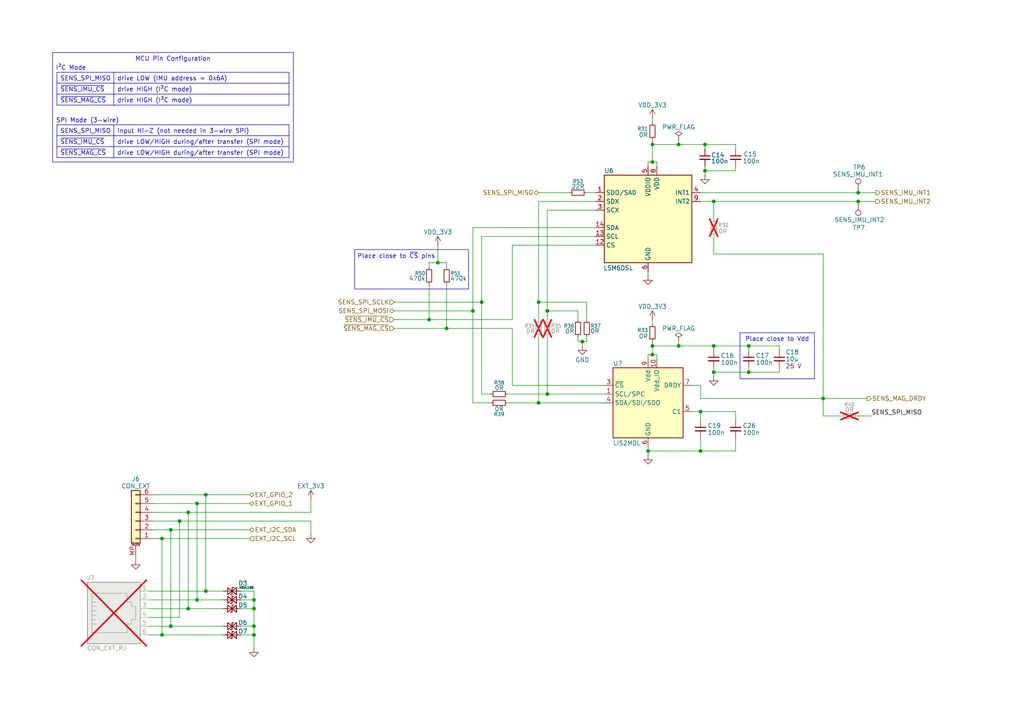
<source format=kicad_sch>
(kicad_sch (version 20250114) (generator "eeschema") (generator_version "9.0")
  (paper "A4")
  (title_block (title "theadmouse") (date "2025-07-22") (rev "A"))
  (lib_symbols
    (symbol "Connector:RJ25" (pin_names (offset 1.016))
      (property "Reference" "J" (at -5.08 11.43 0))
      (property "Value" "RJ25" (at 2.54 11.43 0))
      (symbol "RJ25_0_1"
        (polyline (pts (xy -6.35 3.175) (xy -5.08 3.175) (xy -5.08 3.175)))
        (polyline (pts (xy -6.35 1.905) (xy -5.08 1.905) (xy -5.08 1.905)))
        (polyline (pts (xy -6.35 0.635) (xy -5.08 0.635) (xy -5.08 0.635)))
        (polyline (pts (xy -6.35 -0.635) (xy -5.08 -0.635) (xy -5.08 -0.635)))
        (polyline (pts (xy -6.35 -1.905) (xy -5.08 -1.905) (xy -5.08 -1.905)))
        (polyline (pts (xy -6.35 -4.445) (xy -6.35 6.985) (xy 3.81 6.985) (xy 3.81 4.445) (xy 5.08 4.445) (xy 5.08 3.175) (xy 6.35 3.175) (xy 6.35 -0.635) (xy 5.08 -0.635) (xy 5.08 -1.905) (xy 3.81 -1.905) (xy 3.81 -4.445) (xy -6.35 -4.445) (xy -6.35 -4.445)))
        (polyline (pts (xy -5.08 4.445) (xy -6.35 4.445) (xy -6.35 4.445)))
        (rectangle (start 7.62 10.16) (end -7.62 -7.62) (stroke (width 0.254)) (fill (type background)))
      )
      (symbol "RJ25_1_1"
        (pin passive line (at 10.16 7.62 180) (length 2.54) (name "~") (number "6"))
        (pin passive line (at 10.16 5.08 180) (length 2.54) (name "~") (number "5"))
        (pin passive line (at 10.16 2.54 180) (length 2.54) (name "~") (number "4"))
        (pin passive line (at 10.16 0 180) (length 2.54) (name "~") (number "3"))
        (pin passive line (at 10.16 -2.54 180) (length 2.54) (name "~") (number "2"))
        (pin passive line (at 10.16 -5.08 180) (length 2.54) (name "~") (number "1"))
      )
    )
    (symbol "Connector:TestPoint" (pin_numbers (hide yes)) (pin_names (offset 0.762) (hide yes))
      (property "Reference" "TP" (at 0 6.858 0))
      (property "Value" "TestPoint" (at 0 5.08 0))
      (symbol "TestPoint_0_1"
        (circle (center 0 3.302) (radius 0.762))
      )
      (symbol "TestPoint_1_1"
        (pin passive line (at 0 0 90) (length 2.54) (name "1") (number "1"))
      )
    )
    (symbol "Device:C_Small" (pin_numbers (hide yes)) (pin_names (offset 0.254) (hide yes))
      (property "Reference" "C" (at 0.254 1.778 0))
      (property "Value" "C_Small" (at 0.254 -2.032 0))
      (symbol "C_Small_0_1"
        (polyline (pts (xy -1.524 0.508) (xy 1.524 0.508)) (stroke (width 0.3048)))
        (polyline (pts (xy -1.524 -0.508) (xy 1.524 -0.508)) (stroke (width 0.3302)))
      )
      (symbol "C_Small_1_1"
        (pin passive line (at 0 2.54 270) (length 2.032) (name "~") (number "1"))
        (pin passive line (at 0 -2.54 90) (length 2.032) (name "~") (number "2"))
      )
    )
    (symbol "Device:D_TVS_Small" (pin_numbers (hide yes)) (pin_names (offset 1.016) (hide yes))
      (property "Reference" "D" (at 0 2.54 0))
      (property "Value" "D_TVS_Small" (at 0 -2.54 0))
      (symbol "D_TVS_Small_0_1"
        (polyline (pts (xy -1.27 1.016) (xy -1.27 -1.016) (xy 1.27 1.016) (xy 1.27 -1.016) (xy -1.27 1.016)) (stroke (width 0.254)))
        (polyline (pts (xy -1.27 0) (xy 1.27 0)))
        (polyline (pts (xy 0.508 1.016) (xy 0 1.016) (xy 0 -1.016) (xy -0.508 -1.016)) (stroke (width 0.254)))
      )
      (symbol "D_TVS_Small_1_1"
        (pin passive line (at -2.54 0 0) (length 1.27) (name "A1") (number "1"))
        (pin passive line (at 2.54 0 180) (length 1.27) (name "A2") (number "2"))
      )
    )
    (symbol "Device:R_Small" (pin_numbers (hide yes)) (pin_names (offset 0.254) (hide yes))
      (property "Reference" "R" (at 0 0 90))
      (property "Value" "R_Small" (at 1.778 0 90))
      (symbol "R_Small_0_1"
        (rectangle (start -0.762 1.778) (end 0.762 -1.778) (stroke (width 0.2032)))
      )
      (symbol "R_Small_1_1"
        (pin passive line (at 0 2.54 270) (length 0.762) (name "~") (number "1"))
        (pin passive line (at 0 -2.54 90) (length 0.762) (name "~") (number "2"))
      )
    )
    (symbol "Sensor_Magnetic:LIS2MDL"
      (property "Reference" "U" (at -8.89 11.43 0))
      (property "Value" "LIS2MDL" (at 7.62 11.43 0))
      (symbol "LIS2MDL_0_1"
        (rectangle (start -10.16 10.16) (end 10.16 -10.16) (stroke (width 0.254)) (fill (type background)))
      )
      (symbol "LIS2MDL_1_1"
        (pin input line (at -12.7 5.08 0) (length 2.54) (name "~{CS}") (number "3"))
        (pin input line (at -12.7 2.54 0) (length 2.54) (name "SCL/SPC") (number "1"))
        (pin bidirectional line (at -12.7 0 0) (length 2.54) (name "SDA/SDI/SDO") (number "4"))
        (pin no_connect line (at -10.16 -5.08 0) (length 2.54) (hide yes) (name "NC") (number "2"))
        (pin no_connect line (at -10.16 -7.62 0) (length 2.54) (hide yes) (name "NC") (number "11"))
        (pin power_in line (at 0 12.7 270) (length 2.54) (name "Vdd") (number "9"))
        (pin power_in line (at 0 -12.7 90) (length 2.54) (name "GND") (number "6"))
        (pin passive line (at 0 -12.7 90) (length 2.54) (hide yes) (name "GND") (number "8"))
        (pin power_in line (at 2.54 12.7 270) (length 2.54) (name "Vdd_IO") (number "10"))
        (pin no_connect line (at 10.16 -7.62 180) (length 2.54) (hide yes) (name "NC") (number "12"))
        (pin output line (at 12.7 5.08 180) (length 2.54) (name "DRDY") (number "7"))
        (pin power_out line (at 12.7 -2.54 180) (length 2.54) (name "C1") (number "5"))
      )
    )
    (symbol "Sensor_Motion:LSM6DSL"
      (property "Reference" "U" (at -11.43 15.24 0))
      (property "Value" "LSM6DSL" (at -11.43 12.7 0))
      (symbol "LSM6DSL_0_1"
        (rectangle (start -12.7 12.7) (end 12.7 -12.7) (stroke (width 0.254)) (fill (type background)))
      )
      (symbol "LSM6DSL_1_1"
        (pin bidirectional line (at -15.24 7.62 0) (length 2.54) (name "SDO/SA0") (number "1"))
        (pin bidirectional line (at -15.24 5.08 0) (length 2.54) (name "SDX") (number "2"))
        (pin input line (at -15.24 2.54 0) (length 2.54) (name "SCX") (number "3"))
        (pin bidirectional line (at -15.24 -2.54 0) (length 2.54) (name "SDA") (number "14"))
        (pin input line (at -15.24 -5.08 0) (length 2.54) (name "SCL") (number "13"))
        (pin input line (at -15.24 -7.62 0) (length 2.54) (name "CS") (number "12"))
        (pin power_in line (at 0 15.24 270) (length 2.54) (name "VDDIO") (number "5"))
        (pin power_in line (at 0 -15.24 90) (length 2.54) (name "GND") (number "6"))
        (pin passive line (at 0 -15.24 90) (length 2.54) (hide yes) (name "GND") (number "7"))
        (pin power_in line (at 2.54 15.24 270) (length 2.54) (name "VDD") (number "8"))
        (pin no_connect line (at 12.7 -2.54 180) (length 3.81) (hide yes) (name "NC") (number "11"))
        (pin no_connect line (at 12.7 -5.08 180) (length 3.81) (hide yes) (name "NC") (number "10"))
        (pin output line (at 15.24 7.62 180) (length 2.54) (name "INT1") (number "4"))
        (pin output line (at 15.24 5.08 180) (length 2.54) (name "INT2") (number "9"))
      )
    )
    (symbol "power:GND" (power) (pin_numbers (hide yes)) (pin_names (offset 0) (hide yes))
      (property "Value" "GND" (at 0 -3.81 0))
      (symbol "GND_0_1"
        (polyline (pts (xy 0 0) (xy 0 -1.27) (xy 1.27 -1.27) (xy 0 -2.54) (xy -1.27 -1.27) (xy 0 -1.27)))
      )
      (symbol "GND_1_1"
        (pin power_in line (at 0 0 270) (length 0) (name "~") (number "1"))
      )
    )
    (symbol "power:PWR_FLAG" (power) (pin_numbers (hide yes)) (pin_names (offset 0) (hide yes))
      (property "Value" "PWR_FLAG" (at 0 3.81 0))
      (symbol "PWR_FLAG_0_0"
        (pin power_out line (at 0 0 90) (length 0) (name "~") (number "1"))
      )
      (symbol "PWR_FLAG_0_1"
        (polyline (pts (xy 0 0) (xy 0 1.27) (xy -1.016 1.905) (xy 0 2.54) (xy 1.016 1.905) (xy 0 1.27)))
      )
    )
    (symbol "power:VDD" (power) (pin_numbers (hide yes)) (pin_names (offset 0) (hide yes))
      (property "Value" "VDD" (at 0 3.556 0))
      (symbol "VDD_0_1"
        (polyline (pts (xy -0.762 1.27) (xy 0 2.54)))
        (polyline (pts (xy 0 2.54) (xy 0.762 1.27)))
        (polyline (pts (xy 0 0) (xy 0 2.54)))
      )
      (symbol "VDD_1_1"
        (pin power_in line (at 0 0 90) (length 0) (name "~") (number "1"))
      )
    )
    (symbol "theadmouse:Conn_01x06_MountingPin_Reversed" (pin_names (offset 1.016) (hide yes))
      (property "Reference" "J" (at 0 7.62 0))
      (property "Value" "Conn_01x06_MountingPin_Reversed" (at 1.27 -10.16 0))
      (symbol "Conn_01x06_MountingPin_Reversed_1_1"
        (rectangle (start -1.27 6.35) (end 1.27 -8.89) (stroke (width 0.254)) (fill (type background)))
        (rectangle (start -1.27 5.207) (end 0 4.953) (stroke (width 0.1524)))
        (rectangle (start -1.27 2.667) (end 0 2.413) (stroke (width 0.1524)))
        (rectangle (start -1.27 0.127) (end 0 -0.127) (stroke (width 0.1524)))
        (rectangle (start -1.27 -2.413) (end 0 -2.667) (stroke (width 0.1524)))
        (rectangle (start -1.27 -4.953) (end 0 -5.207) (stroke (width 0.1524)))
        (rectangle (start -1.27 -7.493) (end 0 -7.747) (stroke (width 0.1524)))
        (polyline (pts (xy -1.016 -9.652) (xy 1.016 -9.652)) (stroke (width 0.1524)))
        (text "Mounting" (at 0 -9.271 0) (effects (font (size 0.381 0.381))))
        (pin passive line (at -5.08 5.08 0) (length 3.81) (name "Pin_1") (number "6"))
        (pin passive line (at -5.08 2.54 0) (length 3.81) (name "Pin_2") (number "5"))
        (pin passive line (at -5.08 0 0) (length 3.81) (name "Pin_3") (number "4"))
        (pin passive line (at -5.08 -2.54 0) (length 3.81) (name "Pin_4") (number "3"))
        (pin passive line (at -5.08 -5.08 0) (length 3.81) (name "Pin_5") (number "2"))
        (pin passive line (at -5.08 -7.62 0) (length 3.81) (name "Pin_6") (number "1"))
        (pin passive line (at 0 -12.7 90) (length 3.048) (name "MountPin") (number "MP"))
      )
    )
  )
  (rectangle (start 102.87 72.39) (end 135.89 83.82))
  (text "Place close to ~{CS} pins" (at 103.632 74.422 0) (effects (font (size 1.27 1.27)) (justify left)))
  (text "SPI Mode (3-wire)" (at 25.4 35.052 0) (effects (font (size 1.27 1.27))))
  (text "I²C Mode" (at 20.574 19.812 0) (effects (font (size 1.27 1.27))))
  (text_box "Place close to Vdd" (at 214.63 96.52 0) (size 21.59 13.335) (margins 0.9525 0.9525 0.9525 0.9525) (effects (font (size 1.27 1.27)) (justify top)))
  (text_box "MCU Pin Configuration" (at 15.24 15.24 0) (size 69.85 31.75) (margins 0.9525 0.9525 0.9525 0.9525) (effects (font (size 1.27 1.27)) (justify top)))
  (junction (at 196.85 100.33))
  (junction (at 158.75 90.17))
  (junction (at 52.07 151.13))
  (junction (at 57.15 146.05))
  (junction (at 189.23 46.99))
  (junction (at 187.96 130.81))
  (junction (at 49.53 153.67))
  (junction (at 73.66 184.15))
  (junction (at 73.66 176.53))
  (junction (at 137.16 90.17))
  (junction (at 207.01 107.95))
  (junction (at 168.91 99.06))
  (junction (at 207.01 100.33))
  (junction (at 204.47 41.91))
  (junction (at 217.17 100.33))
  (junction (at 248.92 55.88))
  (junction (at 248.92 58.42))
  (junction (at 158.75 114.3))
  (junction (at 217.17 107.95))
  (junction (at 196.85 41.91))
  (junction (at 238.76 115.57))
  (junction (at 49.53 181.61))
  (junction (at 203.2 130.81))
  (junction (at 73.66 181.61))
  (junction (at 156.21 116.84))
  (junction (at 127 76.2))
  (junction (at 189.23 41.91))
  (junction (at 139.7 87.63))
  (junction (at 46.99 156.21))
  (junction (at 204.47 49.53))
  (junction (at 59.69 171.45))
  (junction (at 73.66 173.99))
  (junction (at 124.46 92.71))
  (junction (at 203.2 119.38))
  (junction (at 189.23 100.33))
  (junction (at 57.15 173.99))
  (junction (at 46.99 184.15))
  (junction (at 59.69 143.51))
  (junction (at 54.61 176.53))
  (junction (at 156.21 87.63))
  (junction (at 54.61 148.59))
  (junction (at 207.01 58.42))
  (junction (at 189.23 102.87))
  (junction (at 129.54 95.25))
  (wire (pts (xy 213.36 121.92) (xy 213.36 119.38)))
  (wire (pts (xy 196.85 40.64) (xy 196.85 41.91)))
  (wire (pts (xy 43.18 173.99) (xy 57.15 173.99)))
  (wire (pts (xy 187.96 104.14) (xy 187.96 102.87)))
  (wire (pts (xy 187.96 46.99) (xy 187.96 48.26)))
  (wire (pts (xy 43.18 171.45) (xy 59.69 171.45)))
  (wire (pts (xy 189.23 41.91) (xy 196.85 41.91)))
  (wire (pts (xy 203.2 119.38) (xy 203.2 121.92)))
  (wire (pts (xy 158.75 90.17) (xy 167.64 90.17)))
  (wire (pts (xy 207.01 101.6) (xy 207.01 100.33)))
  (wire (pts (xy 187.96 46.99) (xy 189.23 46.99)))
  (wire (pts (xy 49.53 181.61) (xy 64.77 181.61)))
  (wire (pts (xy 156.21 58.42) (xy 172.72 58.42)))
  (wire (pts (xy 72.39 143.51) (xy 59.69 143.51)))
  (wire (pts (xy 189.23 40.64) (xy 189.23 41.91)))
  (wire (pts (xy 189.23 100.33) (xy 196.85 100.33)))
  (wire (pts (xy 69.85 181.61) (xy 73.66 181.61)))
  (wire (pts (xy 207.01 100.33) (xy 217.17 100.33)))
  (wire (pts (xy 226.06 107.95) (xy 226.06 106.68)))
  (wire (pts (xy 43.18 176.53) (xy 54.61 176.53)))
  (wire (pts (xy 114.3 92.71) (xy 124.46 92.71)))
  (wire (pts (xy 129.54 82.55) (xy 129.54 95.25)))
  (wire (pts (xy 196.85 41.91) (xy 204.47 41.91)))
  (wire (pts (xy 43.18 181.61) (xy 49.53 181.61)))
  (wire (pts (xy 170.18 87.63) (xy 170.18 92.71)))
  (wire (pts (xy 147.32 114.3) (xy 158.75 114.3)))
  (wire (pts (xy 90.17 144.78) (xy 90.17 148.59)))
  (wire (pts (xy 90.17 151.13) (xy 90.17 154.94)))
  (wire (pts (xy 203.2 58.42) (xy 207.01 58.42)))
  (wire (pts (xy 170.18 97.79) (xy 170.18 99.06)))
  (wire (pts (xy 158.75 97.79) (xy 158.75 114.3)))
  (wire (pts (xy 204.47 49.53) (xy 204.47 50.8)))
  (wire (pts (xy 54.61 176.53) (xy 54.61 148.59)))
  (wire (pts (xy 158.75 60.96) (xy 172.72 60.96)))
  (wire (pts (xy 204.47 49.53) (xy 213.36 49.53)))
  (wire (pts (xy 217.17 100.33) (xy 226.06 100.33)))
  (wire (pts (xy 129.54 77.47) (xy 129.54 76.2)))
  (wire (pts (xy 73.66 181.61) (xy 73.66 184.15)))
  (wire (pts (xy 46.99 156.21) (xy 44.45 156.21)))
  (wire (pts (xy 54.61 148.59) (xy 90.17 148.59)))
  (wire (pts (xy 114.3 90.17) (xy 137.16 90.17)))
  (wire (pts (xy 137.16 66.04) (xy 172.72 66.04)))
  (wire (pts (xy 203.2 111.76) (xy 200.66 111.76)))
  (wire (pts (xy 156.21 58.42) (xy 156.21 87.63)))
  (wire (pts (xy 238.76 120.65) (xy 238.76 115.57)))
  (wire (pts (xy 137.16 66.04) (xy 137.16 90.17)))
  (wire (pts (xy 59.69 171.45) (xy 64.77 171.45)))
  (wire (pts (xy 158.75 60.96) (xy 158.75 90.17)))
  (wire (pts (xy 139.7 114.3) (xy 142.24 114.3)))
  (wire (pts (xy 187.96 78.74) (xy 187.96 80.01)))
  (wire (pts (xy 52.07 151.13) (xy 90.17 151.13)))
  (wire (pts (xy 213.36 130.81) (xy 203.2 130.81)))
  (wire (pts (xy 156.21 55.88) (xy 165.1 55.88)))
  (wire (pts (xy 203.2 115.57) (xy 238.76 115.57)))
  (wire (pts (xy 127 76.2) (xy 127 71.12)))
  (wire (pts (xy 46.99 184.15) (xy 64.77 184.15)))
  (wire (pts (xy 196.85 99.06) (xy 196.85 100.33)))
  (wire (pts (xy 226.06 100.33) (xy 226.06 101.6)))
  (wire (pts (xy 124.46 82.55) (xy 124.46 92.71)))
  (wire (pts (xy 156.21 116.84) (xy 175.26 116.84)))
  (wire (pts (xy 217.17 107.95) (xy 226.06 107.95)))
  (wire (pts (xy 204.47 43.18) (xy 204.47 41.91)))
  (wire (pts (xy 203.2 55.88) (xy 248.92 55.88)))
  (wire (pts (xy 189.23 100.33) (xy 189.23 102.87)))
  (wire (pts (xy 189.23 92.71) (xy 189.23 93.98)))
  (wire (pts (xy 213.36 127) (xy 213.36 130.81)))
  (wire (pts (xy 189.23 41.91) (xy 189.23 46.99)))
  (wire (pts (xy 44.45 153.67) (xy 49.53 153.67)))
  (wire (pts (xy 217.17 100.33) (xy 217.17 101.6)))
  (wire (pts (xy 203.2 111.76) (xy 203.2 115.57)))
  (wire (pts (xy 190.5 46.99) (xy 190.5 48.26)))
  (wire (pts (xy 238.76 115.57) (xy 251.46 115.57)))
  (wire (pts (xy 43.18 184.15) (xy 46.99 184.15)))
  (wire (pts (xy 147.32 116.84) (xy 156.21 116.84)))
  (wire (pts (xy 148.59 111.76) (xy 175.26 111.76)))
  (wire (pts (xy 203.2 130.81) (xy 187.96 130.81)))
  (wire (pts (xy 52.07 179.07) (xy 52.07 151.13)))
  (wire (pts (xy 114.3 95.25) (xy 129.54 95.25)))
  (wire (pts (xy 44.45 151.13) (xy 52.07 151.13)))
  (wire (pts (xy 187.96 129.54) (xy 187.96 130.81)))
  (wire (pts (xy 156.21 97.79) (xy 156.21 116.84)))
  (wire (pts (xy 204.47 41.91) (xy 213.36 41.91)))
  (wire (pts (xy 43.18 179.07) (xy 52.07 179.07)))
  (wire (pts (xy 44.45 148.59) (xy 54.61 148.59)))
  (wire (pts (xy 59.69 171.45) (xy 59.69 143.51)))
  (wire (pts (xy 168.91 99.06) (xy 168.91 100.33)))
  (wire (pts (xy 137.16 116.84) (xy 142.24 116.84)))
  (wire (pts (xy 139.7 68.58) (xy 139.7 87.63)))
  (wire (pts (xy 217.17 106.68) (xy 217.17 107.95)))
  (wire (pts (xy 49.53 181.61) (xy 49.53 153.67)))
  (wire (pts (xy 69.85 171.45) (xy 73.66 171.45)))
  (wire (pts (xy 148.59 92.71) (xy 148.59 71.12)))
  (wire (pts (xy 137.16 90.17) (xy 137.16 116.84)))
  (wire (pts (xy 189.23 46.99) (xy 190.5 46.99)))
  (wire (pts (xy 238.76 73.66) (xy 207.01 73.66)))
  (wire (pts (xy 57.15 173.99) (xy 64.77 173.99)))
  (wire (pts (xy 69.85 176.53) (xy 73.66 176.53)))
  (wire (pts (xy 167.64 90.17) (xy 167.64 92.71)))
  (wire (pts (xy 124.46 92.71) (xy 148.59 92.71)))
  (wire (pts (xy 189.23 102.87) (xy 190.5 102.87)))
  (wire (pts (xy 124.46 76.2) (xy 127 76.2)))
  (wire (pts (xy 167.64 99.06) (xy 168.91 99.06)))
  (wire (pts (xy 187.96 130.81) (xy 187.96 132.08)))
  (wire (pts (xy 204.47 48.26) (xy 204.47 49.53)))
  (wire (pts (xy 44.45 143.51) (xy 59.69 143.51)))
  (wire (pts (xy 69.85 173.99) (xy 73.66 173.99)))
  (wire (pts (xy 248.92 58.42) (xy 254 58.42)))
  (wire (pts (xy 248.92 120.65) (xy 252.73 120.65)))
  (wire (pts (xy 73.66 171.45) (xy 73.66 173.99)))
  (wire (pts (xy 207.01 107.95) (xy 217.17 107.95)))
  (wire (pts (xy 49.53 153.67) (xy 72.39 153.67)))
  (wire (pts (xy 200.66 119.38) (xy 203.2 119.38)))
  (wire (pts (xy 207.01 73.66) (xy 207.01 68.58)))
  (wire (pts (xy 156.21 87.63) (xy 156.21 92.71)))
  (wire (pts (xy 73.66 184.15) (xy 73.66 187.96)))
  (wire (pts (xy 187.96 102.87) (xy 189.23 102.87)))
  (wire (pts (xy 129.54 95.25) (xy 148.59 95.25)))
  (wire (pts (xy 54.61 176.53) (xy 64.77 176.53)))
  (wire (pts (xy 207.01 63.5) (xy 207.01 58.42)))
  (wire (pts (xy 156.21 87.63) (xy 170.18 87.63)))
  (wire (pts (xy 189.23 99.06) (xy 189.23 100.33)))
  (wire (pts (xy 207.01 106.68) (xy 207.01 107.95)))
  (wire (pts (xy 158.75 114.3) (xy 175.26 114.3)))
  (wire (pts (xy 73.66 176.53) (xy 73.66 181.61)))
  (wire (pts (xy 72.39 146.05) (xy 57.15 146.05)))
  (wire (pts (xy 207.01 58.42) (xy 248.92 58.42)))
  (wire (pts (xy 46.99 156.21) (xy 72.39 156.21)))
  (wire (pts (xy 207.01 107.95) (xy 207.01 109.22)))
  (wire (pts (xy 39.37 162.56) (xy 39.37 161.29)))
  (wire (pts (xy 148.59 95.25) (xy 148.59 111.76)))
  (wire (pts (xy 57.15 173.99) (xy 57.15 146.05)))
  (wire (pts (xy 57.15 146.05) (xy 44.45 146.05)))
  (wire (pts (xy 238.76 115.57) (xy 238.76 73.66)))
  (wire (pts (xy 167.64 97.79) (xy 167.64 99.06)))
  (wire (pts (xy 168.91 99.06) (xy 170.18 99.06)))
  (wire (pts (xy 69.85 184.15) (xy 73.66 184.15)))
  (wire (pts (xy 158.75 90.17) (xy 158.75 92.71)))
  (wire (pts (xy 213.36 48.26) (xy 213.36 49.53)))
  (wire (pts (xy 213.36 41.91) (xy 213.36 43.18)))
  (wire (pts (xy 189.23 34.29) (xy 189.23 35.56)))
  (wire (pts (xy 238.76 120.65) (xy 243.84 120.65)))
  (wire (pts (xy 190.5 102.87) (xy 190.5 104.14)))
  (wire (pts (xy 248.92 55.88) (xy 254 55.88)))
  (wire (pts (xy 196.85 100.33) (xy 207.01 100.33)))
  (wire (pts (xy 73.66 173.99) (xy 73.66 176.53)))
  (wire (pts (xy 129.54 76.2) (xy 127 76.2)))
  (wire (pts (xy 213.36 119.38) (xy 203.2 119.38)))
  (wire (pts (xy 46.99 184.15) (xy 46.99 156.21)))
  (wire (pts (xy 139.7 68.58) (xy 172.72 68.58)))
  (wire (pts (xy 148.59 71.12) (xy 172.72 71.12)))
  (wire (pts (xy 203.2 127) (xy 203.2 130.81)))
  (wire (pts (xy 139.7 87.63) (xy 139.7 114.3)))
  (wire (pts (xy 124.46 77.47) (xy 124.46 76.2)))
  (wire (pts (xy 170.18 55.88) (xy 172.72 55.88)))
  (wire (pts (xy 114.3 87.63) (xy 139.7 87.63)))
  (table (column_count 2) (border (external yes) (header yes)) (separators (rows yes) (cols yes)) (column_widths 16.51 50.8) (row_heights 3.175 3.175 3.175) (cells (table_cell "SENS_SPI_MISO" (at 16.51 36.195 0) (size 16.51 3.175) (margins 0.9525 0.9525 0.9525 0.9525) (span 1 1)) (table_cell "input Hi-Z (not needed in 3-wire SPI)" (at 33.02 36.195 0) (size 50.8 3.175) (margins 0.9525 0.9525 0.9525 0.9525) (span 1 1)) (table_cell "~{SENS_IMU_CS}" (at 16.51 39.37 0) (size 16.51 3.175) (margins 0.9525 0.9525 0.9525 0.9525) (span 1 1)) (table_cell "drive LOW/HIGH during/after transfer (SPI mode)" (at 33.02 39.37 0) (size 50.8 3.175) (margins 0.9525 0.9525 0.9525 0.9525) (span 1 1)) (table_cell "~{SENS_MAG_CS}" (at 16.51 42.545 0) (size 16.51 3.175) (margins 0.9525 0.9525 0.9525 0.9525) (span 1 1)) (table_cell "drive LOW/HIGH during/after transfer (SPI mode)" (at 33.02 42.545 0) (size 50.8 3.175) (margins 0.9525 0.9525 0.9525 0.9525) (span 1 1))))
  (table (column_count 2) (border (external yes) (header yes)) (separators (rows yes) (cols yes)) (column_widths 16.51 50.8) (row_heights 3.175 3.175 3.175) (cells (table_cell "SENS_SPI_MISO" (at 16.51 20.955 0) (size 16.51 3.175) (margins 0.9525 0.9525 0.9525 0.9525) (span 1 1)) (table_cell "drive LOW (IMU address = 0x6A)" (at 33.02 20.955 0) (size 50.8 3.175) (margins 0.9525 0.9525 0.9525 0.9525) (span 1 1)) (table_cell "~{SENS_IMU_CS}" (at 16.51 24.13 0) (size 16.51 3.175) (margins 0.9525 0.9525 0.9525 0.9525) (span 1 1)) (table_cell "drive HIGH (I²C mode)" (at 33.02 24.13 0) (size 50.8 3.175) (margins 0.9525 0.9525 0.9525 0.9525) (span 1 1)) (table_cell "~{SENS_MAG_CS}" (at 16.51 27.305 0) (size 16.51 3.175) (margins 0.9525 0.9525 0.9525 0.9525) (span 1 1)) (table_cell "drive HIGH (I²C mode)" (at 33.02 27.305 0) (size 50.8 3.175) (margins 0.9525 0.9525 0.9525 0.9525) (span 1 1))))
  (label "SENS_SPI_MISO" (at 252.73 120.65 0))
  (hierarchical_label "SENS_IMU_INT1" (shape output) (at 254 55.88 0))
  (hierarchical_label "SENS_SPI_MISO" (shape bidirectional) (at 156.21 55.88 180))
  (hierarchical_label "EXT_I2C_SDA" (shape bidirectional) (at 72.39 153.67 0))
  (hierarchical_label "EXT_GPIO_2" (shape bidirectional) (at 72.39 143.51 0))
  (hierarchical_label "SENS_SPI_SCLK" (shape input) (at 114.3 87.63 180))
  (hierarchical_label "~{SENS_MAG_CS}" (shape input) (at 114.3 95.25 180))
  (hierarchical_label "SENS_SPI_MOSI" (shape bidirectional) (at 114.3 90.17 180))
  (hierarchical_label "SENS_MAG_DRDY" (shape output) (at 251.46 115.57 0))
  (hierarchical_label "SENS_IMU_INT2" (shape output) (at 254 58.42 0))
  (hierarchical_label "EXT_I2C_SCL" (shape input) (at 72.39 156.21 0))
  (hierarchical_label "EXT_GPIO_1" (shape bidirectional) (at 72.39 146.05 0))
  (hierarchical_label "~{SENS_IMU_CS}" (shape input) (at 114.3 92.71 180))
  (symbol (lib_id "Device:R_Small") (at 207.01 66.04 180) (unit 1) (in_bom no) (dnp yes)
    (property "Reference" "R32" (at 208.28 65.278 0) (effects (font (size 1.016 1.016)) (justify right)))
    (property "Value" "0R" (at 208.28 67.056 0) (effects (justify right)))
    (property "Footprint" "Resistor_SMD:R_0603_1608Metric" (effects (hide yes)))
    (property "Description" "Resistor, small symbol" (effects (hide yes)))
  )
  (symbol (lib_id "power:GND") (at 207.01 109.22 0) (unit 1)
    (property "Reference" "#PWR043" (effects (hide yes)))
    (property "Value" "GND" (effects (hide yes)))
    (property "Description" "Power symbol creates a global label with name \"GND\" , ground" (effects (hide yes)))
  )
  (symbol (lib_id "Device:D_TVS_Small") (at 67.31 171.45 180) (unit 1)
    (property "Reference" "D3" (at 69.088 169.164 0) (effects (justify right)))
    (property "Value" "H5VL10B" (at 69.342 170.434 0) (effects (font (size 0.635 0.635)) (justify right)))
    (property "Footprint" "Diode_SMD:D_SOD-882" (effects (hide yes)))
    (property "Description" "Bidirectional transient-voltage-suppression diode, small symbol" (effects (hide yes)))
    (property "Manufacturer" "hongjiacheng" (effects (hide yes)))
    (property "MPN" "H5VL10B" (effects (hide yes)))
    (property "LCSC Part #" "C7420372" (effects (hide yes)))
  )
  (symbol (lib_id "Device:C_Small") (at 213.36 45.72 0) (unit 1)
    (property "Reference" "C15" (at 215.646 44.704 0) (effects (justify left)))
    (property "Value" "100n" (at 215.392 46.736 0) (effects (justify left)))
    (property "Footprint" "Capacitor_SMD:C_0603_1608Metric" (effects (hide yes)))
    (property "Description" "Unpolarized capacitor, small symbol" (effects (hide yes)))
    (property "MPN" "CL10A104KA8NNNC" (effects (hide yes)))
    (property "Manufacturer" "Samsung Electro-Mechanics" (effects (hide yes)))
    (property "LCSC Part #" "C2762593" (effects (hide yes)))
  )
  (symbol (lib_id "theadmouse:Conn_01x06_MountingPin_Reversed") (at 39.37 148.59 0) (mirror y) (unit 1)
    (property "Reference" "J6" (at 39.37 138.938 0))
    (property "Value" "CON_EXT" (at 39.37 140.97 0))
    (property "Footprint" "Connector_JST:JST_GH_SM06B-GHS-TB_1x06-1MP_P1.25mm_Horizontal" (effects (hide yes)))
    (property "Description" "Generic connectable mounting pin connector, single row, 01x06, reversed pin numbering" (effects (hide yes)))
    (property "Manufacturer" "JST" (effects (hide yes)))
    (property "MPN" "SM06B-GHS-TB(LF)(SN)" (effects (hide yes)))
    (property "LCSC Part #" "C133065" (effects (hide yes)))
    (property "FT Rotation Offset" "180" (effects (hide yes)))
  )
  (symbol (lib_id "Device:C_Small") (at 207.01 104.14 0) (unit 1)
    (property "Reference" "C16" (at 209.042 103.124 0) (effects (justify left)))
    (property "Value" "100n" (at 209.042 105.156 0) (effects (justify left)))
    (property "Footprint" "Capacitor_SMD:C_0603_1608Metric" (effects (hide yes)))
    (property "Description" "Unpolarized capacitor, small symbol" (effects (hide yes)))
    (property "MPN" "CL10A104KA8NNNC" (effects (hide yes)))
    (property "Manufacturer" "Samsung Electro-Mechanics" (effects (hide yes)))
    (property "LCSC Part #" "C2762593" (effects (hide yes)))
  )
  (symbol (lib_id "Device:R_Small") (at 156.21 95.25 0) (mirror x) (unit 1) (in_bom no) (dnp yes)
    (property "Reference" "R34" (at 155.194 94.488 0) (effects (font (size 1.016 1.016)) (justify right)))
    (property "Value" "0R" (at 155.194 96.012 0) (effects (justify right)))
    (property "Footprint" "Resistor_SMD:R_0603_1608Metric" (effects (hide yes)))
    (property "Description" "Resistor, small symbol" (effects (hide yes)))
  )
  (symbol (lib_id "Device:R_Small") (at 129.54 80.01 0) (mirror y) (unit 1)
    (property "Reference" "R51" (at 130.556 79.248 0) (effects (font (size 1.016 1.016)) (justify right)))
    (property "Value" "470k" (at 130.556 80.772 0) (effects (justify right)))
    (property "Footprint" "Resistor_SMD:R_0603_1608Metric" (effects (hide yes)))
    (property "Description" "Resistor, small symbol" (effects (hide yes)))
  )
  (symbol (lib_id "power:GND") (at 73.66 187.96 0) (unit 1)
    (property "Reference" "#PWR047" (effects (hide yes)))
    (property "Value" "GND" (effects (hide yes)))
    (property "Description" "Power symbol creates a global label with name \"GND\" , ground" (effects (hide yes)))
  )
  (symbol (lib_id "Device:D_TVS_Small") (at 67.31 184.15 180) (unit 1)
    (property "Reference" "D7" (at 69.088 183.134 0) (effects (justify right)))
    (property "Value" "H5VL10B" (effects (hide yes)))
    (property "Footprint" "Diode_SMD:D_SOD-882" (effects (hide yes)))
    (property "Description" "Bidirectional transient-voltage-suppression diode, small symbol" (effects (hide yes)))
    (property "Manufacturer" "hongjiacheng" (effects (hide yes)))
    (property "MPN" "H5VL10B" (effects (hide yes)))
    (property "LCSC Part #" "C7420372" (effects (hide yes)))
  )
  (symbol (lib_id "power:GND") (at 168.91 100.33 0) (unit 1)
    (property "Reference" "#PWR042" (effects (hide yes)))
    (property "Value" "GND" (at 168.91 104.394 0))
    (property "Description" "Power symbol creates a global label with name \"GND\" , ground" (effects (hide yes)))
  )
  (symbol (lib_id "Sensor_Magnetic:LIS2MDL") (at 187.96 116.84 0) (unit 1)
    (property "Reference" "U7" (at 177.8 105.41 0) (effects (justify left)))
    (property "Value" "LIS2MDL" (at 177.8 128.524 0) (effects (justify left)))
    (property "Footprint" "Package_LGA:LGA-12_2x2mm_P0.5mm" (effects (hide yes)))
    (property "Datasheet" "https://www.st.com/resource/en/datasheet/lis2mdl.pdf" (effects (hide yes)))
    (property "Description" "Ultra-low-power, 3-axis digital output magnetometer, LGA-12" (effects (hide yes)))
    (property "Manufacturer" "STMicroelectronics" (effects (hide yes)))
    (property "MPN" "LIS2MDL" (effects (hide yes)))
    (property "LCSC Part #" "C919695" (effects (hide yes)))
    (property "FT Rotation Offset" "-90" (effects (hide yes)))
  )
  (symbol (lib_id "Device:R_Small") (at 167.64 55.88 270) (unit 1)
    (property "Reference" "R53" (at 167.64 52.578 90) (effects (font (size 1.016 1.016))))
    (property "Value" "22R" (at 167.64 54.102 90))
    (property "Footprint" "Resistor_SMD:R_0603_1608Metric" (effects (hide yes)))
    (property "Description" "Resistor, small symbol" (effects (hide yes)))
  )
  (symbol (lib_id "Device:C_Small") (at 217.17 104.14 0) (unit 1)
    (property "Reference" "C17" (at 219.202 103.124 0) (effects (justify left)))
    (property "Value" "100n" (at 219.202 105.156 0) (effects (justify left)))
    (property "Footprint" "Capacitor_SMD:C_0603_1608Metric" (effects (hide yes)))
    (property "Description" "Unpolarized capacitor, small symbol" (effects (hide yes)))
    (property "MPN" "CL10A104KA8NNNC" (effects (hide yes)))
    (property "Manufacturer" "Samsung Electro-Mechanics" (effects (hide yes)))
    (property "LCSC Part #" "C2762593" (effects (hide yes)))
  )
  (symbol (lib_id "Connector:TestPoint") (at 248.92 55.88 0) (unit 1) (in_bom no)
    (property "Reference" "TP6" (at 247.396 48.514 0) (effects (justify left)))
    (property "Value" "SENS_IMU_INT1" (at 241.554 50.546 0) (effects (justify left)))
    (property "Footprint" "TestPoint:TestPoint_Pad_D1.0mm" (effects (hide yes)))
    (property "Description" "test point" (effects (hide yes)))
  )
  (symbol (lib_id "Device:R_Small") (at 144.78 116.84 270) (unit 1)
    (property "Reference" "R39" (at 144.78 120.142 90) (effects (font (size 1.016 1.016))))
    (property "Value" "0R" (at 144.78 118.618 90))
    (property "Footprint" "Resistor_SMD:R_0603_1608Metric" (effects (hide yes)))
    (property "Description" "Resistor, small symbol" (effects (hide yes)))
  )
  (symbol (lib_id "Device:C_Small") (at 203.2 124.46 0) (unit 1)
    (property "Reference" "C19" (at 205.232 123.444 0) (effects (justify left)))
    (property "Value" "100n" (at 205.232 125.476 0) (effects (justify left)))
    (property "Footprint" "Capacitor_SMD:C_0603_1608Metric" (effects (hide yes)))
    (property "Description" "Unpolarized capacitor, small symbol" (effects (hide yes)))
    (property "MPN" "CL10A104KA8NNNC" (effects (hide yes)))
    (property "Manufacturer" "Samsung Electro-Mechanics" (effects (hide yes)))
    (property "LCSC Part #" "C2762593" (effects (hide yes)))
  )
  (symbol (lib_id "Device:R_Small") (at 158.75 95.25 0) (mirror y) (unit 1) (in_bom no) (dnp yes)
    (property "Reference" "R35" (at 159.766 94.488 0) (effects (font (size 1.016 1.016)) (justify right)))
    (property "Value" "0R" (at 159.766 96.012 0) (effects (justify right)))
    (property "Footprint" "Resistor_SMD:R_0603_1608Metric" (effects (hide yes)))
    (property "Description" "Resistor, small symbol" (effects (hide yes)))
  )
  (symbol (lib_id "Device:R_Small") (at 170.18 95.25 0) (mirror y) (unit 1)
    (property "Reference" "R37" (at 171.196 94.488 0) (effects (font (size 1.016 1.016)) (justify right)))
    (property "Value" "0R" (at 171.196 96.012 0) (effects (justify right)))
    (property "Footprint" "Resistor_SMD:R_0603_1608Metric" (effects (hide yes)))
    (property "Description" "Resistor, small symbol" (effects (hide yes)))
  )
  (symbol (lib_id "power:GND") (at 187.96 132.08 0) (unit 1)
    (property "Reference" "#PWR044" (effects (hide yes)))
    (property "Value" "GND" (effects (hide yes)))
    (property "Description" "Power symbol creates a global label with name \"GND\" , ground" (effects (hide yes)))
  )
  (symbol (lib_id "Connector:RJ25") (at 33.02 176.53 0) (mirror x) (unit 1) (in_bom no) (dnp yes)
    (property "Reference" "J7" (at 25.146 167.64 0) (effects (justify left)))
    (property "Value" "CON_EXT_RJ" (at 25.146 187.96 0) (effects (justify left)))
    (property "Footprint" "theadmouse:RJ25_TE_215876-1_Horizontal" (effects (hide yes)))
    (property "Description" "RJ connector, 6P6C (6 positions 6 connected)" (effects (hide yes)))
    (property "Manufacturer" "TE Connectivity" (effects (hide yes)))
    (property "MPN" "215876-1" (effects (hide yes)))
    (property "LCSC Part #" "C590795" (effects (hide yes)))
  )
  (symbol (lib_id "power:GND") (at 204.47 50.8 0) (unit 1)
    (property "Reference" "#PWR039" (effects (hide yes)))
    (property "Value" "GND" (effects (hide yes)))
    (property "Description" "Power symbol creates a global label with name \"GND\" , ground" (effects (hide yes)))
  )
  (symbol (lib_id "Device:R_Small") (at 124.46 80.01 0) (unit 1)
    (property "Reference" "R50" (at 123.444 79.248 0) (effects (font (size 1.016 1.016)) (justify right)))
    (property "Value" "470k" (at 123.444 80.772 0) (effects (justify right)))
    (property "Footprint" "Resistor_SMD:R_0603_1608Metric" (effects (hide yes)))
    (property "Description" "Resistor, small symbol" (effects (hide yes)))
  )
  (symbol (lib_id "Device:D_TVS_Small") (at 67.31 173.99 180) (unit 1)
    (property "Reference" "D4" (at 69.088 172.974 0) (effects (justify right)))
    (property "Value" "H5VL10B" (effects (hide yes)))
    (property "Footprint" "Diode_SMD:D_SOD-882" (effects (hide yes)))
    (property "Description" "Bidirectional transient-voltage-suppression diode, small symbol" (effects (hide yes)))
    (property "Manufacturer" "hongjiacheng" (effects (hide yes)))
    (property "MPN" "H5VL10B" (effects (hide yes)))
    (property "LCSC Part #" "C7420372" (effects (hide yes)))
  )
  (symbol (lib_id "Sensor_Motion:LSM6DSL") (at 187.96 63.5 0) (unit 1)
    (property "Reference" "U6" (at 175.26 49.53 0) (effects (justify left)))
    (property "Value" "LSM6DSL" (at 175.006 77.724 0) (effects (justify left)))
    (property "Footprint" "Package_LGA:LGA-14_3x2.5mm_P0.5mm_LayoutBorder3x4y" (effects (hide yes)))
    (property "Datasheet" "https://www.st.com/resource/en/datasheet/lsm6dsl.pdf" (effects (hide yes)))
    (property "Description" "I2C/SPI, iNEMO inertial module: always-on 3D accelerometer and 3D gyroscope, 1.71V to 3.6V VCC" (effects (hide yes)))
    (property "Manufacturer" "STMicroelectronics" (effects (hide yes)))
    (property "MPN" "LSM6DSL" (effects (hide yes)))
    (property "LCSC Part #" "C126672" (effects (hide yes)))
  )
  (symbol (lib_id "power:VDD") (at 189.23 34.29 0) (unit 1)
    (property "Reference" "#PWR038" (effects (hide yes)))
    (property "Value" "VDD_3V3" (at 189.23 30.48 0))
    (property "Description" "Power symbol creates a global label with name \"VDD\"" (effects (hide yes)))
  )
  (symbol (lib_id "power:PWR_FLAG") (at 196.85 40.64 0) (unit 1)
    (property "Reference" "#FLG05" (effects (hide yes)))
    (property "Value" "PWR_FLAG" (at 196.85 36.83 0))
    (property "Description" "Special symbol for telling ERC where power comes from" (effects (hide yes)))
  )
  (symbol (lib_id "Device:R_Small") (at 144.78 114.3 270) (unit 1)
    (property "Reference" "R38" (at 144.78 110.998 90) (effects (font (size 1.016 1.016))))
    (property "Value" "0R" (at 144.78 112.522 90))
    (property "Footprint" "Resistor_SMD:R_0603_1608Metric" (effects (hide yes)))
    (property "Description" "Resistor, small symbol" (effects (hide yes)))
  )
  (symbol (lib_id "Device:R_Small") (at 246.38 120.65 270) (unit 1) (in_bom no) (dnp yes)
    (property "Reference" "R40" (at 246.38 117.348 90) (effects (font (size 1.016 1.016))))
    (property "Value" "0R" (at 246.38 118.872 90))
    (property "Footprint" "Resistor_SMD:R_0603_1608Metric" (effects (hide yes)))
    (property "Description" "Resistor, small symbol" (effects (hide yes)))
  )
  (symbol (lib_id "power:VDD") (at 90.17 144.78 0) (unit 1)
    (property "Reference" "#PWR045" (effects (hide yes)))
    (property "Value" "EXT_3V3" (at 90.17 140.97 0))
    (property "Description" "Power symbol creates a global label with name \"VDD\"" (effects (hide yes)))
  )
  (symbol (lib_id "Device:R_Small") (at 189.23 96.52 180) (unit 1)
    (property "Reference" "R33" (at 187.96 95.758 0) (effects (font (size 1.016 1.016)) (justify left)))
    (property "Value" "0R" (at 187.96 97.536 0) (effects (justify left)))
    (property "Footprint" "Resistor_SMD:R_0805_2012Metric" (effects (hide yes)))
    (property "Description" "Resistor, small symbol" (effects (hide yes)))
  )
  (symbol (lib_id "power:GND") (at 39.37 162.56 0) (unit 1)
    (property "Reference" "#PWR055" (effects (hide yes)))
    (property "Value" "GND" (effects (hide yes)))
    (property "Description" "Power symbol creates a global label with name \"GND\" , ground" (effects (hide yes)))
  )
  (symbol (lib_id "power:GND") (at 90.17 154.94 0) (unit 1)
    (property "Reference" "#PWR046" (effects (hide yes)))
    (property "Value" "GND" (effects (hide yes)))
    (property "Description" "Power symbol creates a global label with name \"GND\" , ground" (effects (hide yes)))
  )
  (symbol (lib_id "Device:D_TVS_Small") (at 67.31 176.53 180) (unit 1)
    (property "Reference" "D5" (at 69.088 175.514 0) (effects (justify right)))
    (property "Value" "H5VL10B" (effects (hide yes)))
    (property "Footprint" "Diode_SMD:D_SOD-882" (effects (hide yes)))
    (property "Description" "Bidirectional transient-voltage-suppression diode, small symbol" (effects (hide yes)))
    (property "Manufacturer" "hongjiacheng" (effects (hide yes)))
    (property "MPN" "H5VL10B" (effects (hide yes)))
    (property "LCSC Part #" "C7420372" (effects (hide yes)))
  )
  (symbol (lib_id "Connector:TestPoint") (at 248.92 58.42 180) (unit 1) (in_bom no)
    (property "Reference" "TP7" (at 250.952 66.04 0) (effects (justify left)))
    (property "Value" "SENS_IMU_INT2" (at 256.54 63.754 0) (effects (justify left)))
    (property "Footprint" "TestPoint:TestPoint_Pad_D1.0mm" (effects (hide yes)))
    (property "Description" "test point" (effects (hide yes)))
  )
  (symbol (lib_id "power:VDD") (at 189.23 92.71 0) (unit 1)
    (property "Reference" "#PWR041" (effects (hide yes)))
    (property "Value" "VDD_3V3" (at 189.23 88.9 0))
    (property "Description" "Power symbol creates a global label with name \"VDD\"" (effects (hide yes)))
  )
  (symbol (lib_id "Device:R_Small") (at 167.64 95.25 0) (mirror x) (unit 1)
    (property "Reference" "R36" (at 166.624 94.488 0) (effects (font (size 1.016 1.016)) (justify right)))
    (property "Value" "0R" (at 166.624 96.012 0) (effects (justify right)))
    (property "Footprint" "Resistor_SMD:R_0603_1608Metric" (effects (hide yes)))
    (property "Description" "Resistor, small symbol" (effects (hide yes)))
  )
  (symbol (lib_id "power:GND") (at 187.96 80.01 0) (unit 1)
    (property "Reference" "#PWR040" (effects (hide yes)))
    (property "Value" "GND" (effects (hide yes)))
    (property "Description" "Power symbol creates a global label with name \"GND\" , ground" (effects (hide yes)))
  )
  (symbol (lib_id "power:VDD") (at 127 71.12 0) (unit 1)
    (property "Reference" "#PWR056" (effects (hide yes)))
    (property "Value" "VDD_3V3" (at 127 67.31 0))
    (property "Description" "Power symbol creates a global label with name \"VDD\"" (effects (hide yes)))
  )
  (symbol (lib_id "Device:C_Small") (at 204.47 45.72 0) (unit 1)
    (property "Reference" "C14" (at 206.248 44.958 0) (effects (justify left)))
    (property "Value" "100n" (at 206.248 46.736 0) (effects (justify left)))
    (property "Footprint" "Capacitor_SMD:C_0603_1608Metric" (effects (hide yes)))
    (property "Description" "Unpolarized capacitor, small symbol" (effects (hide yes)))
    (property "MPN" "CL10A104KA8NNNC" (effects (hide yes)))
    (property "Manufacturer" "Samsung Electro-Mechanics" (effects (hide yes)))
    (property "LCSC Part #" "C2762593" (effects (hide yes)))
  )
  (symbol (lib_id "Device:C_Small") (at 226.06 104.14 0) (mirror y) (unit 1)
    (property "Reference" "C18" (at 227.838 102.108 0) (effects (justify right)))
    (property "Value" "10u" (at 227.838 104.14 0) (effects (justify right)))
    (property "Footprint" "Capacitor_SMD:C_0805_2012Metric" (effects (hide yes)))
    (property "Description" "Unpolarized capacitor, small symbol" (effects (hide yes)))
    (property "Voltage" "25 V" (at 227.838 106.172 0) (effects (justify right)))
    (property "MPN" "CL21A106KAYNNNE" (effects (hide yes)))
    (property "Manufacturer" "Samsung Electro-Mechanics" (effects (hide yes)))
    (property "LCSC Part #" "C15850" (effects (hide yes)))
  )
  (symbol (lib_id "power:PWR_FLAG") (at 196.85 99.06 0) (unit 1)
    (property "Reference" "#FLG06" (effects (hide yes)))
    (property "Value" "PWR_FLAG" (at 196.85 95.25 0))
    (property "Description" "Special symbol for telling ERC where power comes from" (effects (hide yes)))
  )
  (symbol (lib_id "Device:R_Small") (at 189.23 38.1 180) (unit 1)
    (property "Reference" "R31" (at 187.96 37.338 0) (effects (font (size 1.016 1.016)) (justify left)))
    (property "Value" "0R" (at 187.96 39.116 0) (effects (justify left)))
    (property "Footprint" "Resistor_SMD:R_0805_2012Metric" (effects (hide yes)))
    (property "Description" "Resistor, small symbol" (effects (hide yes)))
  )
  (symbol (lib_id "Device:D_TVS_Small") (at 67.31 181.61 180) (unit 1)
    (property "Reference" "D6" (at 69.088 180.594 0) (effects (justify right)))
    (property "Value" "H5VL10B" (effects (hide yes)))
    (property "Footprint" "Diode_SMD:D_SOD-882" (effects (hide yes)))
    (property "Description" "Bidirectional transient-voltage-suppression diode, small symbol" (effects (hide yes)))
    (property "Manufacturer" "hongjiacheng" (effects (hide yes)))
    (property "MPN" "H5VL10B" (effects (hide yes)))
    (property "LCSC Part #" "C7420372" (effects (hide yes)))
  )
  (symbol (lib_id "Device:C_Small") (at 213.36 124.46 0) (unit 1)
    (property "Reference" "C26" (at 215.392 123.444 0) (effects (justify left)))
    (property "Value" "100n" (at 215.392 125.476 0) (effects (justify left)))
    (property "Footprint" "Capacitor_SMD:C_0603_1608Metric" (effects (hide yes)))
    (property "Description" "Unpolarized capacitor, small symbol" (effects (hide yes)))
    (property "MPN" "CL10A104KA8NNNC" (effects (hide yes)))
    (property "Manufacturer" "Samsung Electro-Mechanics" (effects (hide yes)))
    (property "LCSC Part #" "C2762593" (effects (hide yes)))
  )
)
</source>
